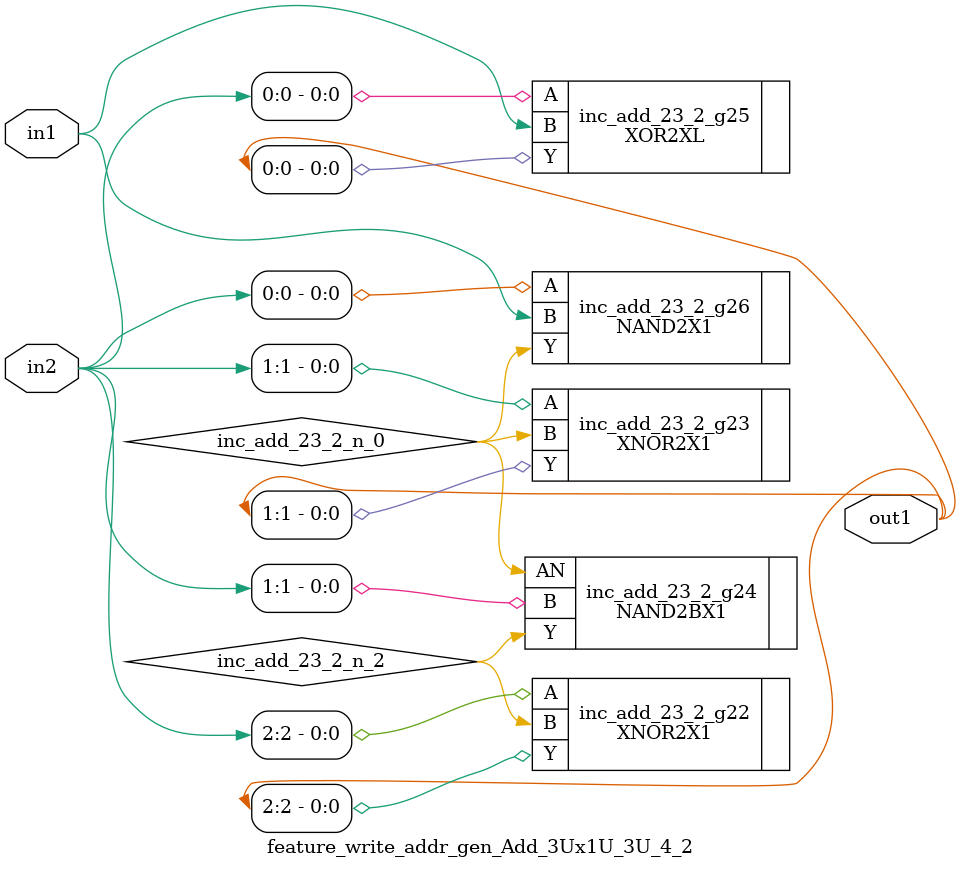
<source format=v>
`timescale 1ps / 1ps


module feature_write_addr_gen_Add_3Ux1U_3U_4_2(in2, in1, out1);
  input [2:0] in2;
  input in1;
  output [2:0] out1;
  wire [2:0] in2;
  wire in1;
  wire [2:0] out1;
  wire inc_add_23_2_n_0, inc_add_23_2_n_2;
  XNOR2X1 inc_add_23_2_g22(.A (in2[2]), .B (inc_add_23_2_n_2), .Y
       (out1[2]));
  XNOR2X1 inc_add_23_2_g23(.A (in2[1]), .B (inc_add_23_2_n_0), .Y
       (out1[1]));
  NAND2BX1 inc_add_23_2_g24(.AN (inc_add_23_2_n_0), .B (in2[1]), .Y
       (inc_add_23_2_n_2));
  XOR2XL inc_add_23_2_g25(.A (in2[0]), .B (in1), .Y (out1[0]));
  NAND2X1 inc_add_23_2_g26(.A (in2[0]), .B (in1), .Y
       (inc_add_23_2_n_0));
endmodule



</source>
